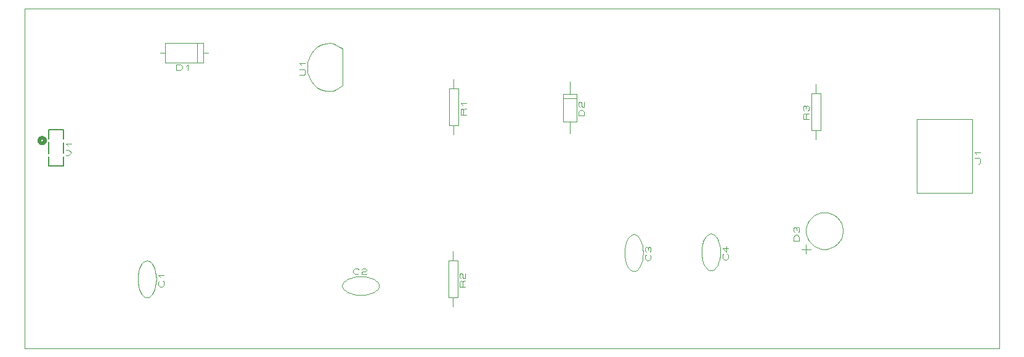
<source format=gbr>
G04 PROTEUS GERBER X2 FILE*
%TF.GenerationSoftware,Labcenter,Proteus,8.17-SP2-Build37159*%
%TF.CreationDate,2024-06-20T16:09:20+00:00*%
%TF.FileFunction,Legend,Top*%
%TF.FilePolarity,Positive*%
%TF.Part,Single*%
%TF.SameCoordinates,{d690fe0b-f5ba-4302-a425-257792fcdbd5}*%
%FSLAX45Y45*%
%MOMM*%
G01*
%TA.AperFunction,Profile*%
%ADD16C,0.101600*%
%TA.AperFunction,Material*%
%ADD19C,0.101600*%
%ADD70C,0.508000*%
%ADD71C,0.152400*%
%TD.AperFunction*%
D16*
X-6550000Y-1560000D02*
X+6840000Y-1560000D01*
X+6840000Y+3120000D01*
X-6550000Y+3120000D01*
X-6550000Y-1560000D01*
D19*
X-2184900Y+2056000D02*
X-2184900Y+2564000D01*
X-2350000Y+1979800D02*
X-2311702Y+1984562D01*
X-2272212Y+1998850D01*
X-2230342Y+2022662D01*
X-2184900Y+2056000D01*
X-2350000Y+1979800D02*
X-2414918Y+1982431D01*
X-2474953Y+1998912D01*
X-2528942Y+2027839D01*
X-2575722Y+2067807D01*
X-2614131Y+2117412D01*
X-2643005Y+2175249D01*
X-2661182Y+2239913D01*
X-2667500Y+2310000D01*
X-2350000Y+2640200D02*
X-2311702Y+2635438D01*
X-2272212Y+2621150D01*
X-2230342Y+2597338D01*
X-2184900Y+2564000D01*
X-2350000Y+2640200D02*
X-2414918Y+2637569D01*
X-2474953Y+2621088D01*
X-2528942Y+2592161D01*
X-2575722Y+2552193D01*
X-2614131Y+2502588D01*
X-2643005Y+2444751D01*
X-2661182Y+2380087D01*
X-2667500Y+2310000D01*
X-2774180Y+2203320D02*
X-2710680Y+2203320D01*
X-2697980Y+2216655D01*
X-2697980Y+2269995D01*
X-2710680Y+2283330D01*
X-2774180Y+2283330D01*
X-2748780Y+2336670D02*
X-2774180Y+2363340D01*
X-2697980Y+2363340D01*
X-4617080Y+2375380D02*
X-4098920Y+2375380D01*
X-4098920Y+2642080D01*
X-4617080Y+2642080D01*
X-4617080Y+2375380D01*
X-4180200Y+2377920D02*
X-4180200Y+2639540D01*
X-4027800Y+2510000D02*
X-4098920Y+2510000D01*
X-4617080Y+2510000D02*
X-4688200Y+2510000D01*
X-4464680Y+2268700D02*
X-4464680Y+2344900D01*
X-4411340Y+2344900D01*
X-4384670Y+2319500D01*
X-4384670Y+2294100D01*
X-4411340Y+2268700D01*
X-4464680Y+2268700D01*
X-4331330Y+2319500D02*
X-4304660Y+2344900D01*
X-4304660Y+2268700D01*
X-4870000Y-354000D02*
X-4844124Y-359080D01*
X-4820152Y-373685D01*
X-4798562Y-396862D01*
X-4779830Y-427660D01*
X-4764431Y-465125D01*
X-4752842Y-508305D01*
X-4745540Y-556248D01*
X-4743000Y-608000D01*
X-4870000Y-862000D02*
X-4844124Y-856920D01*
X-4820152Y-842315D01*
X-4798562Y-819138D01*
X-4779830Y-788340D01*
X-4764431Y-750875D01*
X-4752842Y-707695D01*
X-4745540Y-659752D01*
X-4743000Y-608000D01*
X-4870000Y-354000D02*
X-4895876Y-359080D01*
X-4919848Y-373685D01*
X-4941438Y-396862D01*
X-4960170Y-427660D01*
X-4975569Y-465125D01*
X-4987158Y-508305D01*
X-4994460Y-556248D01*
X-4997000Y-608000D01*
X-4870000Y-862000D02*
X-4895876Y-856920D01*
X-4919848Y-842315D01*
X-4941438Y-819138D01*
X-4960170Y-788340D01*
X-4975569Y-750875D01*
X-4987158Y-707695D01*
X-4994460Y-659752D01*
X-4997000Y-608000D01*
X-4649020Y-634670D02*
X-4636320Y-648005D01*
X-4636320Y-688010D01*
X-4661720Y-714680D01*
X-4687120Y-714680D01*
X-4712520Y-688010D01*
X-4712520Y-648005D01*
X-4699820Y-634670D01*
X-4687120Y-581330D02*
X-4712520Y-554660D01*
X-4636320Y-554660D01*
X-2187000Y-700000D02*
X-2181920Y-674124D01*
X-2167315Y-650152D01*
X-2144138Y-628562D01*
X-2113340Y-609830D01*
X-2075875Y-594431D01*
X-2032695Y-582842D01*
X-1984752Y-575540D01*
X-1933000Y-573000D01*
X-1679000Y-700000D02*
X-1684080Y-674124D01*
X-1698685Y-650152D01*
X-1721862Y-628562D01*
X-1752660Y-609830D01*
X-1790125Y-594431D01*
X-1833305Y-582842D01*
X-1881248Y-575540D01*
X-1933000Y-573000D01*
X-2187000Y-700000D02*
X-2181920Y-725876D01*
X-2167315Y-749848D01*
X-2144138Y-771438D01*
X-2113340Y-790170D01*
X-2075875Y-805569D01*
X-2032695Y-817158D01*
X-1984752Y-824460D01*
X-1933000Y-827000D01*
X-1679000Y-700000D02*
X-1684080Y-725876D01*
X-1698685Y-749848D01*
X-1721862Y-771438D01*
X-1752660Y-790170D01*
X-1790125Y-805569D01*
X-1833305Y-817158D01*
X-1881248Y-824460D01*
X-1933000Y-827000D01*
X-1959670Y-529820D02*
X-1973005Y-542520D01*
X-2013010Y-542520D01*
X-2039680Y-517120D01*
X-2039680Y-491720D01*
X-2013010Y-466320D01*
X-1973005Y-466320D01*
X-1959670Y-479020D01*
X-1919665Y-479020D02*
X-1906330Y-466320D01*
X-1866325Y-466320D01*
X-1852990Y-479020D01*
X-1852990Y-491720D01*
X-1866325Y-504420D01*
X-1906330Y-504420D01*
X-1919665Y-517120D01*
X-1919665Y-542520D01*
X-1852990Y-542520D01*
X-655000Y+2143000D02*
X-655000Y+2016000D01*
X-718500Y+1508000D02*
X-591500Y+1508000D01*
X-591500Y+2016000D01*
X-718500Y+2016000D01*
X-718500Y+1508000D01*
X-655000Y+1508000D02*
X-655000Y+1381000D01*
X-484820Y+1655320D02*
X-561020Y+1655320D01*
X-561020Y+1721995D01*
X-548320Y+1735330D01*
X-535620Y+1735330D01*
X-522920Y+1721995D01*
X-522920Y+1655320D01*
X-522920Y+1721995D02*
X-510220Y+1735330D01*
X-484820Y+1735330D01*
X-535620Y+1788670D02*
X-561020Y+1815340D01*
X-484820Y+1815340D01*
X-665000Y-227000D02*
X-665000Y-354000D01*
X-728500Y-862000D02*
X-601500Y-862000D01*
X-601500Y-354000D01*
X-728500Y-354000D01*
X-728500Y-862000D01*
X-665000Y-862000D02*
X-665000Y-989000D01*
X-494820Y-714680D02*
X-571020Y-714680D01*
X-571020Y-648005D01*
X-558320Y-634670D01*
X-545620Y-634670D01*
X-532920Y-648005D01*
X-532920Y-714680D01*
X-532920Y-648005D02*
X-520220Y-634670D01*
X-494820Y-634670D01*
X-558320Y-594665D02*
X-571020Y-581330D01*
X-571020Y-541325D01*
X-558320Y-527990D01*
X-545620Y-527990D01*
X-532920Y-541325D01*
X-532920Y-581330D01*
X-520220Y-594665D01*
X-494820Y-594665D01*
X-494820Y-527990D01*
X+848560Y+1561500D02*
X+1031440Y+1561500D01*
X+1031440Y+1942500D01*
X+848560Y+1942500D01*
X+848560Y+1561500D01*
X+1028900Y+1879000D02*
X+851100Y+1879000D01*
X+940000Y+1561500D02*
X+940000Y+1396400D01*
X+940000Y+1942500D02*
X+940000Y+2107600D01*
X+1138120Y+1645320D02*
X+1061920Y+1645320D01*
X+1061920Y+1698660D01*
X+1087320Y+1725330D01*
X+1112720Y+1725330D01*
X+1138120Y+1698660D01*
X+1138120Y+1645320D01*
X+1074620Y+1765335D02*
X+1061920Y+1778670D01*
X+1061920Y+1818675D01*
X+1074620Y+1832010D01*
X+1087320Y+1832010D01*
X+1100020Y+1818675D01*
X+1100020Y+1778670D01*
X+1112720Y+1765335D01*
X+1138120Y+1765335D01*
X+1138120Y+1832010D01*
X+1820000Y+7000D02*
X+1845876Y+1920D01*
X+1869848Y-12685D01*
X+1891438Y-35862D01*
X+1910170Y-66660D01*
X+1925569Y-104125D01*
X+1937158Y-147305D01*
X+1944460Y-195248D01*
X+1947000Y-247000D01*
X+1820000Y-501000D02*
X+1845876Y-495920D01*
X+1869848Y-481315D01*
X+1891438Y-458138D01*
X+1910170Y-427340D01*
X+1925569Y-389875D01*
X+1937158Y-346695D01*
X+1944460Y-298752D01*
X+1947000Y-247000D01*
X+1820000Y+7000D02*
X+1794124Y+1920D01*
X+1770152Y-12685D01*
X+1748562Y-35862D01*
X+1729830Y-66660D01*
X+1714431Y-104125D01*
X+1702842Y-147305D01*
X+1695540Y-195248D01*
X+1693000Y-247000D01*
X+1820000Y-501000D02*
X+1794124Y-495920D01*
X+1770152Y-481315D01*
X+1748562Y-458138D01*
X+1729830Y-427340D01*
X+1714431Y-389875D01*
X+1702842Y-346695D01*
X+1695540Y-298752D01*
X+1693000Y-247000D01*
X+2040980Y-273670D02*
X+2053680Y-287005D01*
X+2053680Y-327010D01*
X+2028280Y-353680D01*
X+2002880Y-353680D01*
X+1977480Y-327010D01*
X+1977480Y-287005D01*
X+1990180Y-273670D01*
X+1990180Y-233665D02*
X+1977480Y-220330D01*
X+1977480Y-180325D01*
X+1990180Y-166990D01*
X+2002880Y-166990D01*
X+2015580Y-180325D01*
X+2028280Y-166990D01*
X+2040980Y-166990D01*
X+2053680Y-180325D01*
X+2053680Y-220330D01*
X+2040980Y-233665D01*
X+2015580Y-206995D02*
X+2015580Y-180325D01*
X+2880000Y+17000D02*
X+2905876Y+11920D01*
X+2929848Y-2685D01*
X+2951438Y-25862D01*
X+2970170Y-56660D01*
X+2985569Y-94125D01*
X+2997158Y-137305D01*
X+3004460Y-185248D01*
X+3007000Y-237000D01*
X+2880000Y-491000D02*
X+2905876Y-485920D01*
X+2929848Y-471315D01*
X+2951438Y-448138D01*
X+2970170Y-417340D01*
X+2985569Y-379875D01*
X+2997158Y-336695D01*
X+3004460Y-288752D01*
X+3007000Y-237000D01*
X+2880000Y+17000D02*
X+2854124Y+11920D01*
X+2830152Y-2685D01*
X+2808562Y-25862D01*
X+2789830Y-56660D01*
X+2774431Y-94125D01*
X+2762842Y-137305D01*
X+2755540Y-185248D01*
X+2753000Y-237000D01*
X+2880000Y-491000D02*
X+2854124Y-485920D01*
X+2830152Y-471315D01*
X+2808562Y-448138D01*
X+2789830Y-417340D01*
X+2774431Y-379875D01*
X+2762842Y-336695D01*
X+2755540Y-288752D01*
X+2753000Y-237000D01*
X+3100980Y-263670D02*
X+3113680Y-277005D01*
X+3113680Y-317010D01*
X+3088280Y-343680D01*
X+3062880Y-343680D01*
X+3037480Y-317010D01*
X+3037480Y-277005D01*
X+3050180Y-263670D01*
X+3088280Y-156990D02*
X+3088280Y-237000D01*
X+3037480Y-183660D01*
X+3113680Y-183660D01*
X+4320000Y+1317000D02*
X+4320000Y+1444000D01*
X+4256500Y+1444000D02*
X+4383500Y+1444000D01*
X+4383500Y+1952000D01*
X+4256500Y+1952000D01*
X+4256500Y+1444000D01*
X+4320000Y+1952000D02*
X+4320000Y+2079000D01*
X+4226020Y+1591320D02*
X+4149820Y+1591320D01*
X+4149820Y+1657995D01*
X+4162520Y+1671330D01*
X+4175220Y+1671330D01*
X+4187920Y+1657995D01*
X+4187920Y+1591320D01*
X+4187920Y+1657995D02*
X+4200620Y+1671330D01*
X+4226020Y+1671330D01*
X+4162520Y+1711335D02*
X+4149820Y+1724670D01*
X+4149820Y+1764675D01*
X+4162520Y+1778010D01*
X+4175220Y+1778010D01*
X+4187920Y+1764675D01*
X+4200620Y+1778010D01*
X+4213320Y+1778010D01*
X+4226020Y+1764675D01*
X+4226020Y+1724670D01*
X+4213320Y+1711335D01*
X+4187920Y+1738005D02*
X+4187920Y+1764675D01*
X+4694000Y+57000D02*
X+4693173Y+77483D01*
X+4686455Y+118450D01*
X+4672437Y+159417D01*
X+4649659Y+200384D01*
X+4614859Y+241229D01*
X+4573892Y+272845D01*
X+4532925Y+293392D01*
X+4491958Y+305629D01*
X+4450991Y+310762D01*
X+4440000Y+311000D01*
X+4186000Y+57000D02*
X+4186827Y+77483D01*
X+4193545Y+118450D01*
X+4207563Y+159417D01*
X+4230341Y+200384D01*
X+4265141Y+241229D01*
X+4306108Y+272845D01*
X+4347075Y+293392D01*
X+4388042Y+305629D01*
X+4429009Y+310762D01*
X+4440000Y+311000D01*
X+4186000Y+57000D02*
X+4186827Y+36517D01*
X+4193545Y-4450D01*
X+4207563Y-45417D01*
X+4230341Y-86384D01*
X+4265141Y-127229D01*
X+4306108Y-158845D01*
X+4347075Y-179392D01*
X+4388042Y-191629D01*
X+4429009Y-196762D01*
X+4440000Y-197000D01*
X+4694000Y+57000D02*
X+4693173Y+36517D01*
X+4686455Y-4450D01*
X+4672437Y-45417D01*
X+4649659Y-86384D01*
X+4614859Y-127229D01*
X+4573892Y-158845D01*
X+4532925Y-179392D01*
X+4491958Y-191629D01*
X+4450991Y-196762D01*
X+4440000Y-197000D01*
X+4186000Y-260500D02*
X+4186000Y-133500D01*
X+4122500Y-197000D02*
X+4249500Y-197000D01*
X+4092020Y-81430D02*
X+4015820Y-81430D01*
X+4015820Y-28090D01*
X+4041220Y-1420D01*
X+4066620Y-1420D01*
X+4092020Y-28090D01*
X+4092020Y-81430D01*
X+4028520Y+38585D02*
X+4015820Y+51920D01*
X+4015820Y+91925D01*
X+4028520Y+105260D01*
X+4041220Y+105260D01*
X+4053920Y+91925D01*
X+4066620Y+105260D01*
X+4079320Y+105260D01*
X+4092020Y+91925D01*
X+4092020Y+51920D01*
X+4079320Y+38585D01*
X+4053920Y+65255D02*
X+4053920Y+91925D01*
X+5709000Y+1594000D02*
X+6471000Y+1594000D01*
X+6471000Y+578000D02*
X+5709000Y+578000D01*
X+5709000Y+1594000D02*
X+5709000Y+578000D01*
X+6471000Y+1594000D02*
X+6471000Y+578000D01*
X+6552280Y+979320D02*
X+6564980Y+979320D01*
X+6577680Y+992655D01*
X+6577680Y+1045995D01*
X+6564980Y+1059330D01*
X+6501480Y+1059330D01*
X+6526880Y+1112670D02*
X+6501480Y+1139340D01*
X+6577680Y+1139340D01*
D70*
X-6272400Y+1300000D02*
X-6272531Y+1303158D01*
X-6273597Y+1309476D01*
X-6275828Y+1315794D01*
X-6279473Y+1322112D01*
X-6285048Y+1328351D01*
X-6291366Y+1332947D01*
X-6297684Y+1335880D01*
X-6304002Y+1337542D01*
X-6310320Y+1338100D01*
X-6310500Y+1338100D01*
X-6348600Y+1300000D02*
X-6348469Y+1303158D01*
X-6347403Y+1309476D01*
X-6345172Y+1315794D01*
X-6341527Y+1322112D01*
X-6335952Y+1328351D01*
X-6329634Y+1332947D01*
X-6323316Y+1335880D01*
X-6316998Y+1337542D01*
X-6310680Y+1338100D01*
X-6310500Y+1338100D01*
X-6348600Y+1300000D02*
X-6348469Y+1296842D01*
X-6347403Y+1290524D01*
X-6345172Y+1284206D01*
X-6341527Y+1277888D01*
X-6335952Y+1271649D01*
X-6329634Y+1267053D01*
X-6323316Y+1264120D01*
X-6316998Y+1262458D01*
X-6310680Y+1261900D01*
X-6310500Y+1261900D01*
X-6272400Y+1300000D02*
X-6272531Y+1296842D01*
X-6273597Y+1290524D01*
X-6275828Y+1284206D01*
X-6279473Y+1277888D01*
X-6285048Y+1271649D01*
X-6291366Y+1267053D01*
X-6297684Y+1264120D01*
X-6304002Y+1262458D01*
X-6310320Y+1261900D01*
X-6310500Y+1261900D01*
D71*
X-6220660Y+1448920D02*
X-6220660Y+1322407D01*
X-6220660Y+951080D02*
X-6020000Y+951080D01*
X-6020000Y+1074809D01*
X-6020000Y+1448920D02*
X-6220660Y+1448920D01*
X-6220660Y+1077593D02*
X-6220660Y+951080D01*
X-6020000Y+1125191D02*
X-6020000Y+1274809D01*
X-6020000Y+1325191D02*
X-6020000Y+1448920D01*
X-6220660Y+1277593D02*
X-6220660Y+1122407D01*
D19*
X-5986980Y+1093320D02*
X-5948880Y+1093320D01*
X-5910780Y+1133325D01*
X-5948880Y+1173330D01*
X-5986980Y+1173330D01*
X-5961580Y+1226670D02*
X-5986980Y+1253340D01*
X-5910780Y+1253340D01*
M02*

</source>
